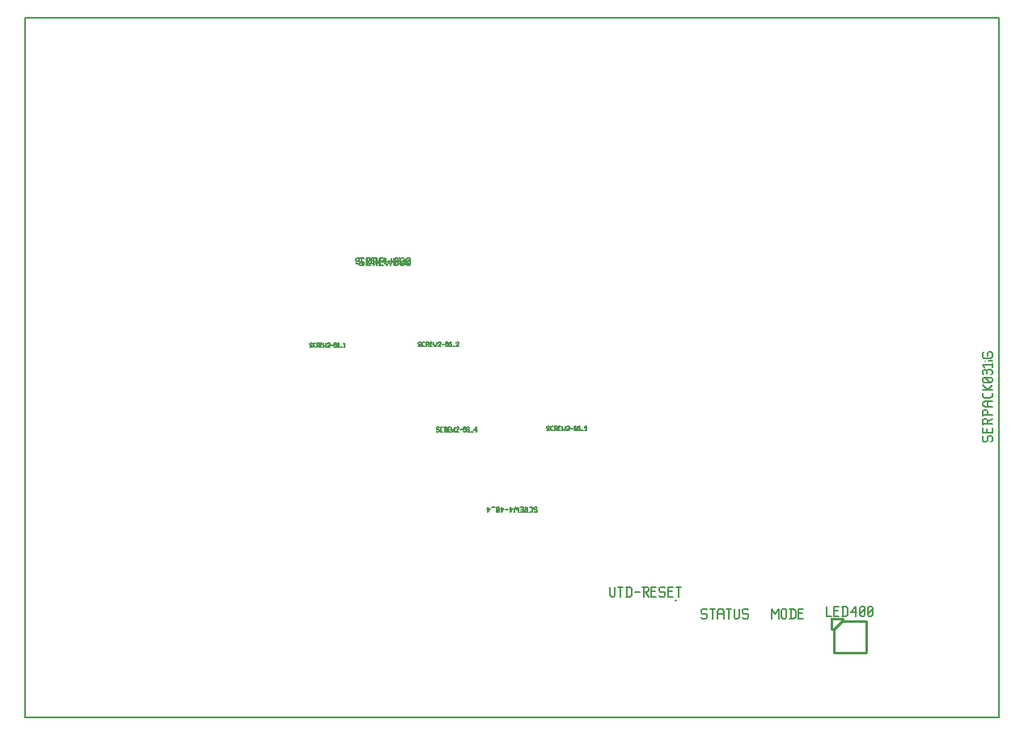
<source format=gto>
G04 start of page 10 for group -4079 idx -4079 *
G04 Title: (unknown), topsilk *
G04 Creator: pcb 20110918 *
G04 CreationDate: Mon Dec 23 20:18:39 2013 UTC *
G04 For: fosse *
G04 Format: Gerber/RS-274X *
G04 PCB-Dimensions: 550000 350000 *
G04 PCB-Coordinate-Origin: lower left *
%MOIN*%
%FSLAX25Y25*%
%LNTOPSILK*%
%ADD72C,0.0060*%
%ADD71C,0.0100*%
G54D71*X307014Y67493D02*Y67492D01*
G54D72*X280000Y73000D02*Y69500D01*
X280500Y69000D01*
X281500D01*
X282000Y69500D01*
Y73000D02*Y69500D01*
X283200Y73000D02*X285200D01*
X284200D02*Y69000D01*
X286900Y73000D02*Y69000D01*
X288200Y73000D02*X288900Y72300D01*
Y69700D01*
X288200Y69000D02*X288900Y69700D01*
X286400Y69000D02*X288200D01*
X286400Y73000D02*X288200D01*
X290100Y71000D02*X292100D01*
X293300Y73000D02*X295300D01*
X295800Y72500D01*
Y71500D01*
X295300Y71000D02*X295800Y71500D01*
X293800Y71000D02*X295300D01*
X293800Y73000D02*Y69000D01*
X294600Y71000D02*X295800Y69000D01*
X297000Y71200D02*X298500D01*
X297000Y69000D02*X299000D01*
X297000Y73000D02*Y69000D01*
Y73000D02*X299000D01*
X302200D02*X302700Y72500D01*
X300700Y73000D02*X302200D01*
X300200Y72500D02*X300700Y73000D01*
X300200Y72500D02*Y71500D01*
X300700Y71000D01*
X302200D01*
X302700Y70500D01*
Y69500D01*
X302200Y69000D02*X302700Y69500D01*
X300700Y69000D02*X302200D01*
X300200Y69500D02*X300700Y69000D01*
X303900Y71200D02*X305400D01*
X303900Y69000D02*X305900D01*
X303900Y73000D02*Y69000D01*
Y73000D02*X305900D01*
X307100D02*X309100D01*
X308100D02*Y69000D01*
X346500Y64000D02*Y60000D01*
Y64000D02*X348000Y62000D01*
X349500Y64000D01*
Y60000D01*
X350700Y63500D02*Y60500D01*
Y63500D02*X351200Y64000D01*
X352200D01*
X352700Y63500D01*
Y60500D01*
X352200Y60000D02*X352700Y60500D01*
X351200Y60000D02*X352200D01*
X350700Y60500D02*X351200Y60000D01*
X354400Y64000D02*Y60000D01*
X355700Y64000D02*X356400Y63300D01*
Y60700D01*
X355700Y60000D02*X356400Y60700D01*
X353900Y60000D02*X355700D01*
X353900Y64000D02*X355700D01*
X357600Y62200D02*X359100D01*
X357600Y60000D02*X359600D01*
X357600Y64000D02*Y60000D01*
Y64000D02*X359600D01*
X319400D02*X319900Y63500D01*
X317900Y64000D02*X319400D01*
X317400Y63500D02*X317900Y64000D01*
X317400Y63500D02*Y62500D01*
X317900Y62000D01*
X319400D01*
X319900Y61500D01*
Y60500D01*
X319400Y60000D02*X319900Y60500D01*
X317900Y60000D02*X319400D01*
X317400Y60500D02*X317900Y60000D01*
X321100Y64000D02*X323100D01*
X322100D02*Y60000D01*
X324300Y63000D02*Y60000D01*
Y63000D02*X325000Y64000D01*
X326100D01*
X326800Y63000D01*
Y60000D01*
X324300Y62000D02*X326800D01*
X328000Y64000D02*X330000D01*
X329000D02*Y60000D01*
X331200Y64000D02*Y60500D01*
X331700Y60000D01*
X332700D01*
X333200Y60500D01*
Y64000D02*Y60500D01*
X336400Y64000D02*X336900Y63500D01*
X334900Y64000D02*X336400D01*
X334400Y63500D02*X334900Y64000D01*
X334400Y63500D02*Y62500D01*
X334900Y62000D01*
X336400D01*
X336900Y61500D01*
Y60500D01*
X336400Y60000D02*X336900Y60500D01*
X334900Y60000D02*X336400D01*
X334400Y60500D02*X334900Y60000D01*
G54D71*X385693Y46004D02*Y58996D01*
X372307Y46004D02*X385693D01*
X375850Y58996D02*X385693D01*
X375850D03*
X371323Y55650D02*Y59980D01*
X375850D02*X371323D01*
Y55650D02*X372307D01*
X371323Y59980D03*
X372307Y55453D02*Y46004D01*
X375850Y58996D02*Y59980D01*
Y59193D02*X372307Y55650D01*
G54D72*X38910Y307540D02*Y19140D01*
Y307540D02*X440310D01*
Y19140D01*
X38910D02*X440310D01*
X254810Y139290D02*X255035Y139065D01*
X254135Y139290D02*X254810D01*
X253910Y139065D02*X254135Y139290D01*
X253910Y139065D02*Y138615D01*
X254135Y138390D01*
X254810D01*
X255035Y138165D01*
Y137715D01*
X254810Y137490D02*X255035Y137715D01*
X254135Y137490D02*X254810D01*
X253910Y137715D02*X254135Y137490D01*
X255890D02*X256475D01*
X255575Y137805D02*X255890Y137490D01*
X255575Y138975D02*Y137805D01*
Y138975D02*X255890Y139290D01*
X256475D01*
X257015D02*X257915D01*
X258140Y139065D01*
Y138615D01*
X257915Y138390D02*X258140Y138615D01*
X257240Y138390D02*X257915D01*
X257240Y139290D02*Y137490D01*
X257600Y138390D02*X258140Y137490D01*
X258680Y138480D02*X259355D01*
X258680Y137490D02*X259580D01*
X258680Y139290D02*Y137490D01*
Y139290D02*X259580D01*
X260120D02*Y138390D01*
X260345Y137490D01*
X260795Y138390D01*
X261245Y137490D01*
X261470Y138390D01*
Y139290D02*Y138390D01*
X262010Y139065D02*X262235Y139290D01*
X262910D01*
X263135Y139065D01*
Y138615D01*
X262010Y137490D02*X263135Y138615D01*
X262010Y137490D02*X263135D01*
X263675Y138390D02*X264575D01*
X265115Y139290D02*X266015D01*
X265115D02*Y138390D01*
X265340Y138615D01*
X265790D01*
X266015Y138390D01*
Y137715D01*
X265790Y137490D02*X266015Y137715D01*
X265340Y137490D02*X265790D01*
X265115Y137715D02*X265340Y137490D01*
X267230Y139290D02*X267455Y139065D01*
X266780Y139290D02*X267230D01*
X266555Y139065D02*X266780Y139290D01*
X266555Y139065D02*Y137715D01*
X266780Y137490D01*
X267230Y138480D02*X267455Y138255D01*
X266555Y138480D02*X267230D01*
X266780Y137490D02*X267230D01*
X267455Y137715D01*
Y138255D02*Y137715D01*
X267995Y137490D02*X268895D01*
X269435Y139065D02*X269660Y139290D01*
X270110D01*
X270335Y139065D01*
X270110Y137490D02*X270335Y137715D01*
X269660Y137490D02*X270110D01*
X269435Y137715D02*X269660Y137490D01*
Y138480D02*X270110D01*
X270335Y139065D02*Y138705D01*
Y138255D02*Y137715D01*
Y138255D02*X270110Y138480D01*
X270335Y138705D02*X270110Y138480D01*
X248810Y103790D02*X248535Y104065D01*
X248810Y103790D02*X249635D01*
X249910Y104065D02*X249635Y103790D01*
X249910Y104615D02*Y104065D01*
Y104615D02*X249635Y104890D01*
X248810D02*X249635D01*
X248810D02*X248535Y105165D01*
Y105715D02*Y105165D01*
X248810Y105990D02*X248535Y105715D01*
X248810Y105990D02*X249635D01*
X249910Y105715D02*X249635Y105990D01*
X246775D02*X247490D01*
X247875Y105605D02*X247490Y105990D01*
X247875Y105605D02*Y104175D01*
X247490Y103790D01*
X246775D02*X247490D01*
X245015D02*X246115D01*
X245015D02*X244740Y104065D01*
Y104615D02*Y104065D01*
X245015Y104890D02*X244740Y104615D01*
X245015Y104890D02*X245840D01*
Y105990D02*Y103790D01*
X245400Y104890D02*X244740Y105990D01*
X243255Y104780D02*X244080D01*
X242980Y105990D02*X244080D01*
Y103790D01*
X242980D02*X244080D01*
X242320Y104890D02*Y103790D01*
Y104890D02*X242045Y105990D01*
X241495Y104890D01*
X240945Y105990D01*
X240670Y104890D01*
Y103790D01*
X240010Y105165D02*X238910Y103790D01*
X238635Y105165D02*X240010D01*
X238910Y105990D02*Y103790D01*
X236875Y104890D02*X237975D01*
X236215Y105165D02*X235115Y103790D01*
X234840Y105165D02*X236215D01*
X235115Y105990D02*Y103790D01*
X234180Y105715D02*X233905Y105990D01*
X234180Y105715D02*Y104065D01*
X233905Y103790D01*
X233355D02*X233905D01*
X233355D02*X233080Y104065D01*
Y105715D02*Y104065D01*
X233355Y105990D02*X233080Y105715D01*
X233355Y105990D02*X233905D01*
X234180Y105440D02*X233080Y104340D01*
X231320Y105990D02*X232420D01*
X230660Y105165D02*X229560Y103790D01*
X229285Y105165D02*X230660D01*
X229560Y105990D02*Y103790D01*
X176500Y208600D02*X176800Y208300D01*
X175600Y208600D02*X176500D01*
X175300Y208300D02*X175600Y208600D01*
X175300Y208300D02*Y207700D01*
X175600Y207400D01*
X176500D01*
X176800Y207100D01*
Y206500D01*
X176500Y206200D02*X176800Y206500D01*
X175600Y206200D02*X176500D01*
X175300Y206500D02*X175600Y206200D01*
X177940D02*X178720D01*
X177520Y206620D02*X177940Y206200D01*
X177520Y208180D02*Y206620D01*
Y208180D02*X177940Y208600D01*
X178720D01*
X179440D02*X180640D01*
X180940Y208300D01*
Y207700D01*
X180640Y207400D02*X180940Y207700D01*
X179740Y207400D02*X180640D01*
X179740Y208600D02*Y206200D01*
X180220Y207400D02*X180940Y206200D01*
X181660Y207520D02*X182560D01*
X181660Y206200D02*X182860D01*
X181660Y208600D02*Y206200D01*
Y208600D02*X182860D01*
X183580D02*Y207400D01*
X183880Y206200D01*
X184480Y207400D01*
X185080Y206200D01*
X185380Y207400D01*
Y208600D02*Y207400D01*
X186100Y207100D02*X187300Y208600D01*
X186100Y207100D02*X187600D01*
X187300Y208600D02*Y206200D01*
X188320Y207400D02*X189520D01*
X190240Y207100D02*X191440Y208600D01*
X190240Y207100D02*X191740D01*
X191440Y208600D02*Y206200D01*
X192460Y206500D02*X192760Y206200D01*
X192460Y208300D02*Y206500D01*
Y208300D02*X192760Y208600D01*
X193360D01*
X193660Y208300D01*
Y206500D01*
X193360Y206200D02*X193660Y206500D01*
X192760Y206200D02*X193360D01*
X192460Y206800D02*X193660Y208000D01*
X194380Y206200D02*X195580D01*
X196300Y208300D02*X196600Y208600D01*
X197200D01*
X197500Y208300D01*
X197200Y206200D02*X197500Y206500D01*
X196600Y206200D02*X197200D01*
X196300Y206500D02*X196600Y206200D01*
Y207520D02*X197200D01*
X197500Y208300D02*Y207820D01*
Y207220D02*Y206500D01*
Y207220D02*X197200Y207520D01*
X197500Y207820D02*X197200Y207520D01*
X176500Y208600D02*X176800Y208300D01*
X175600Y208600D02*X176500D01*
X175300Y208300D02*X175600Y208600D01*
X175300Y208300D02*Y207700D01*
X175600Y207400D01*
X176500D01*
X176800Y207100D01*
Y206500D01*
X176500Y206200D02*X176800Y206500D01*
X175600Y206200D02*X176500D01*
X175300Y206500D02*X175600Y206200D01*
X177940D02*X178720D01*
X177520Y206620D02*X177940Y206200D01*
X177520Y208180D02*Y206620D01*
Y208180D02*X177940Y208600D01*
X178720D01*
X179440D02*X180640D01*
X180940Y208300D01*
Y207700D01*
X180640Y207400D02*X180940Y207700D01*
X179740Y207400D02*X180640D01*
X179740Y208600D02*Y206200D01*
X180220Y207400D02*X180940Y206200D01*
X181660Y207520D02*X182560D01*
X181660Y206200D02*X182860D01*
X181660Y208600D02*Y206200D01*
Y208600D02*X182860D01*
X183580D02*Y207400D01*
X183880Y206200D01*
X184480Y207400D01*
X185080Y206200D01*
X185380Y207400D01*
Y208600D02*Y207400D01*
X186100Y207100D02*X187300Y208600D01*
X186100Y207100D02*X187600D01*
X187300Y208600D02*Y206200D01*
X188320Y207400D02*X189520D01*
X190240Y207100D02*X191440Y208600D01*
X190240Y207100D02*X191740D01*
X191440Y208600D02*Y206200D01*
X192460Y206500D02*X192760Y206200D01*
X192460Y208300D02*Y206500D01*
Y208300D02*X192760Y208600D01*
X193360D01*
X193660Y208300D01*
Y206500D01*
X193360Y206200D02*X193660Y206500D01*
X192760Y206200D02*X193360D01*
X192460Y206800D02*X193660Y208000D01*
X194380Y206200D02*X195580D01*
X196300Y208300D02*X196600Y208600D01*
X197200D01*
X197500Y208300D01*
X197200Y206200D02*X197500Y206500D01*
X196600Y206200D02*X197200D01*
X196300Y206500D02*X196600Y206200D01*
Y207520D02*X197200D01*
X197500Y208300D02*Y207820D01*
Y207220D02*Y206500D01*
Y207220D02*X197200Y207520D01*
X197500Y207820D02*X197200Y207520D01*
X201950Y173950D02*X202175Y173725D01*
X201275Y173950D02*X201950D01*
X201050Y173725D02*X201275Y173950D01*
X201050Y173725D02*Y173275D01*
X201275Y173050D01*
X201950D01*
X202175Y172825D01*
Y172375D01*
X201950Y172150D02*X202175Y172375D01*
X201275Y172150D02*X201950D01*
X201050Y172375D02*X201275Y172150D01*
X203030D02*X203615D01*
X202715Y172465D02*X203030Y172150D01*
X202715Y173635D02*Y172465D01*
Y173635D02*X203030Y173950D01*
X203615D01*
X204155D02*X205055D01*
X205280Y173725D01*
Y173275D01*
X205055Y173050D02*X205280Y173275D01*
X204380Y173050D02*X205055D01*
X204380Y173950D02*Y172150D01*
X204740Y173050D02*X205280Y172150D01*
X205820Y173140D02*X206495D01*
X205820Y172150D02*X206720D01*
X205820Y173950D02*Y172150D01*
Y173950D02*X206720D01*
X207260D02*Y173050D01*
X207485Y172150D01*
X207935Y173050D01*
X208385Y172150D01*
X208610Y173050D01*
Y173950D02*Y173050D01*
X209150Y173725D02*X209375Y173950D01*
X210050D01*
X210275Y173725D01*
Y173275D01*
X209150Y172150D02*X210275Y173275D01*
X209150Y172150D02*X210275D01*
X210815Y173050D02*X211715D01*
X212255Y173950D02*X213155D01*
X212255D02*Y173050D01*
X212480Y173275D01*
X212930D01*
X213155Y173050D01*
Y172375D01*
X212930Y172150D02*X213155Y172375D01*
X212480Y172150D02*X212930D01*
X212255Y172375D02*X212480Y172150D01*
X214370Y173950D02*X214595Y173725D01*
X213920Y173950D02*X214370D01*
X213695Y173725D02*X213920Y173950D01*
X213695Y173725D02*Y172375D01*
X213920Y172150D01*
X214370Y173140D02*X214595Y172915D01*
X213695Y173140D02*X214370D01*
X213920Y172150D02*X214370D01*
X214595Y172375D01*
Y172915D02*Y172375D01*
X215135Y172150D02*X216035D01*
X216575Y173725D02*X216800Y173950D01*
X217475D01*
X217700Y173725D01*
Y173275D01*
X216575Y172150D02*X217700Y173275D01*
X216575Y172150D02*X217700D01*
X209310Y138790D02*X209535Y138565D01*
X208635Y138790D02*X209310D01*
X208410Y138565D02*X208635Y138790D01*
X208410Y138565D02*Y138115D01*
X208635Y137890D01*
X209310D01*
X209535Y137665D01*
Y137215D01*
X209310Y136990D02*X209535Y137215D01*
X208635Y136990D02*X209310D01*
X208410Y137215D02*X208635Y136990D01*
X210390D02*X210975D01*
X210075Y137305D02*X210390Y136990D01*
X210075Y138475D02*Y137305D01*
Y138475D02*X210390Y138790D01*
X210975D01*
X211515D02*X212415D01*
X212640Y138565D01*
Y138115D01*
X212415Y137890D02*X212640Y138115D01*
X211740Y137890D02*X212415D01*
X211740Y138790D02*Y136990D01*
X212100Y137890D02*X212640Y136990D01*
X213180Y137980D02*X213855D01*
X213180Y136990D02*X214080D01*
X213180Y138790D02*Y136990D01*
Y138790D02*X214080D01*
X214620D02*Y137890D01*
X214845Y136990D01*
X215295Y137890D01*
X215745Y136990D01*
X215970Y137890D01*
Y138790D02*Y137890D01*
X216510Y138565D02*X216735Y138790D01*
X217410D01*
X217635Y138565D01*
Y138115D01*
X216510Y136990D02*X217635Y138115D01*
X216510Y136990D02*X217635D01*
X218175Y137890D02*X219075D01*
X219615Y138790D02*X220515D01*
X219615D02*Y137890D01*
X219840Y138115D01*
X220290D01*
X220515Y137890D01*
Y137215D01*
X220290Y136990D02*X220515Y137215D01*
X219840Y136990D02*X220290D01*
X219615Y137215D02*X219840Y136990D01*
X221730Y138790D02*X221955Y138565D01*
X221280Y138790D02*X221730D01*
X221055Y138565D02*X221280Y138790D01*
X221055Y138565D02*Y137215D01*
X221280Y136990D01*
X221730Y137980D02*X221955Y137755D01*
X221055Y137980D02*X221730D01*
X221280Y136990D02*X221730D01*
X221955Y137215D01*
Y137755D02*Y137215D01*
X222495Y136990D02*X223395D01*
X223935Y137665D02*X224835Y138790D01*
X223935Y137665D02*X225060D01*
X224835Y138790D02*Y136990D01*
X369094Y65067D02*Y61067D01*
X371094D01*
X372294Y63267D02*X373794D01*
X372294Y61067D02*X374294D01*
X372294Y65067D02*Y61067D01*
Y65067D02*X374294D01*
X375994D02*Y61067D01*
X377294Y65067D02*X377994Y64367D01*
Y61767D01*
X377294Y61067D02*X377994Y61767D01*
X375494Y61067D02*X377294D01*
X375494Y65067D02*X377294D01*
X379194Y62567D02*X381194Y65067D01*
X379194Y62567D02*X381694D01*
X381194Y65067D02*Y61067D01*
X382894Y61567D02*X383394Y61067D01*
X382894Y64567D02*Y61567D01*
Y64567D02*X383394Y65067D01*
X384394D01*
X384894Y64567D01*
Y61567D01*
X384394Y61067D02*X384894Y61567D01*
X383394Y61067D02*X384394D01*
X382894Y62067D02*X384894Y64067D01*
X386094Y61567D02*X386594Y61067D01*
X386094Y64567D02*Y61567D01*
Y64567D02*X386594Y65067D01*
X387594D01*
X388094Y64567D01*
Y61567D01*
X387594Y61067D02*X388094Y61567D01*
X386594Y61067D02*X387594D01*
X386094Y62067D02*X388094Y64067D01*
X178100Y208700D02*X178500Y208300D01*
X176900Y208700D02*X178100D01*
X176500Y208300D02*X176900Y208700D01*
X176500Y208300D02*Y207500D01*
X176900Y207100D01*
X178100D01*
X178500Y206700D01*
Y205900D01*
X178100Y205500D02*X178500Y205900D01*
X176900Y205500D02*X178100D01*
X176500Y205900D02*X176900Y205500D01*
X180020D02*X181060D01*
X179460Y206060D02*X180020Y205500D01*
X179460Y208140D02*Y206060D01*
Y208140D02*X180020Y208700D01*
X181060D01*
X182020D02*X183620D01*
X184020Y208300D01*
Y207500D01*
X183620Y207100D02*X184020Y207500D01*
X182420Y207100D02*X183620D01*
X182420Y208700D02*Y205500D01*
X183060Y207100D02*X184020Y205500D01*
X184980Y207260D02*X186180D01*
X184980Y205500D02*X186580D01*
X184980Y208700D02*Y205500D01*
Y208700D02*X186580D01*
X187540D02*Y207100D01*
X187940Y205500D01*
X188740Y207100D01*
X189540Y205500D01*
X189940Y207100D01*
Y208700D02*Y207100D01*
X190900Y205900D02*X191300Y205500D01*
X190900Y206540D02*Y205900D01*
Y206540D02*X191460Y207100D01*
X191940D01*
X192500Y206540D01*
Y205900D01*
X192100Y205500D02*X192500Y205900D01*
X191300Y205500D02*X192100D01*
X190900Y207660D02*X191460Y207100D01*
X190900Y208300D02*Y207660D01*
Y208300D02*X191300Y208700D01*
X192100D01*
X192500Y208300D01*
Y207660D01*
X191940Y207100D02*X192500Y207660D01*
X193460Y205900D02*X193860Y205500D01*
X193460Y208300D02*Y205900D01*
Y208300D02*X193860Y208700D01*
X194660D01*
X195060Y208300D01*
Y205900D01*
X194660Y205500D02*X195060Y205900D01*
X193860Y205500D02*X194660D01*
X193460Y206300D02*X195060Y207900D01*
X196020Y205900D02*X196420Y205500D01*
X196020Y208300D02*Y205900D01*
Y208300D02*X196420Y208700D01*
X197220D01*
X197620Y208300D01*
Y205900D01*
X197220Y205500D02*X197620Y205900D01*
X196420Y205500D02*X197220D01*
X196020Y206300D02*X197620Y207900D01*
X157100Y173500D02*X157300Y173300D01*
X156500Y173500D02*X157100D01*
X156300Y173300D02*X156500Y173500D01*
X156300Y173300D02*Y172900D01*
X156500Y172700D01*
X157100D01*
X157300Y172500D01*
Y172100D01*
X157100Y171900D02*X157300Y172100D01*
X156500Y171900D02*X157100D01*
X156300Y172100D02*X156500Y171900D01*
X158060D02*X158580D01*
X157780Y172180D02*X158060Y171900D01*
X157780Y173220D02*Y172180D01*
Y173220D02*X158060Y173500D01*
X158580D01*
X159060D02*X159860D01*
X160060Y173300D01*
Y172900D01*
X159860Y172700D02*X160060Y172900D01*
X159260Y172700D02*X159860D01*
X159260Y173500D02*Y171900D01*
X159580Y172700D02*X160060Y171900D01*
X160540Y172780D02*X161140D01*
X160540Y171900D02*X161340D01*
X160540Y173500D02*Y171900D01*
Y173500D02*X161340D01*
X161820D02*Y172700D01*
X162020Y171900D01*
X162420Y172700D01*
X162820Y171900D01*
X163020Y172700D01*
Y173500D02*Y172700D01*
X163500Y173300D02*X163700Y173500D01*
X164300D01*
X164500Y173300D01*
Y172900D01*
X163500Y171900D02*X164500Y172900D01*
X163500Y171900D02*X164500D01*
X164980Y172700D02*X165780D01*
X166260Y173500D02*X167060D01*
X166260D02*Y172700D01*
X166460Y172900D01*
X166860D01*
X167060Y172700D01*
Y172100D01*
X166860Y171900D02*X167060Y172100D01*
X166460Y171900D02*X166860D01*
X166260Y172100D02*X166460Y171900D01*
X168140Y173500D02*X168340Y173300D01*
X167740Y173500D02*X168140D01*
X167540Y173300D02*X167740Y173500D01*
X167540Y173300D02*Y172100D01*
X167740Y171900D01*
X168140Y172780D02*X168340Y172580D01*
X167540Y172780D02*X168140D01*
X167740Y171900D02*X168140D01*
X168340Y172100D01*
Y172580D02*Y172100D01*
X168820Y171900D02*X169620D01*
X170100Y173180D02*X170420Y173500D01*
Y171900D01*
X170100D02*X170700D01*
X433410Y134940D02*X433910Y135440D01*
X433410Y134940D02*Y133440D01*
X433910Y132940D02*X433410Y133440D01*
X433910Y132940D02*X434910D01*
X435410Y133440D01*
Y134940D02*Y133440D01*
Y134940D02*X435910Y135440D01*
X436910D01*
X437410Y134940D02*X436910Y135440D01*
X437410Y134940D02*Y133440D01*
X436910Y132940D02*X437410Y133440D01*
X435210Y138140D02*Y136640D01*
X437410Y138640D02*Y136640D01*
X433410D02*X437410D01*
X433410Y138640D02*Y136640D01*
Y141840D02*Y139840D01*
Y141840D02*X433910Y142340D01*
X434910D01*
X435410Y141840D02*X434910Y142340D01*
X435410Y141840D02*Y140340D01*
X433410D02*X437410D01*
X435410Y141140D02*X437410Y142340D01*
X433410Y144040D02*X437410D01*
X433410Y145540D02*Y143540D01*
Y145540D02*X433910Y146040D01*
X434910D01*
X435410Y145540D02*X434910Y146040D01*
X435410Y145540D02*Y144040D01*
X434410Y147240D02*X437410D01*
X434410D02*X433410Y147940D01*
Y149040D02*Y147940D01*
Y149040D02*X434410Y149740D01*
X437410D01*
X435410D02*Y147240D01*
X437410Y152940D02*Y151640D01*
X436710Y150940D02*X437410Y151640D01*
X434110Y150940D02*X436710D01*
X434110D02*X433410Y151640D01*
Y152940D02*Y151640D01*
Y154140D02*X437410D01*
X435410D02*X433410Y156140D01*
X435410Y154140D02*X437410Y156140D01*
X436910Y157340D02*X437410Y157840D01*
X433910Y157340D02*X436910D01*
X433910D02*X433410Y157840D01*
Y158840D02*Y157840D01*
Y158840D02*X433910Y159340D01*
X436910D01*
X437410Y158840D02*X436910Y159340D01*
X437410Y158840D02*Y157840D01*
X436410Y157340D02*X434410Y159340D01*
X433910Y160540D02*X433410Y161040D01*
Y162040D02*Y161040D01*
Y162040D02*X433910Y162540D01*
X437410Y162040D02*X436910Y162540D01*
X437410Y162040D02*Y161040D01*
X436910Y160540D02*X437410Y161040D01*
X435210Y162040D02*Y161040D01*
X433910Y162540D02*X434710D01*
X435710D02*X436910D01*
X435710D02*X435210Y162040D01*
X434710Y162540D02*X435210Y162040D01*
X434210Y163740D02*X433410Y164540D01*
X437410D01*
Y165240D02*Y163740D01*
X434410Y166440D02*X434510D01*
X435910D02*X437410D01*
X433410Y169440D02*X433910Y169940D01*
X433410Y169440D02*Y167940D01*
X433910Y167440D02*X433410Y167940D01*
X433910Y167440D02*X436910D01*
X437410Y167940D01*
Y169440D02*Y167940D01*
Y169440D02*X436910Y169940D01*
X435910D02*X436910D01*
X435410Y169440D02*X435910Y169940D01*
X435410Y169440D02*Y168440D01*
M02*

</source>
